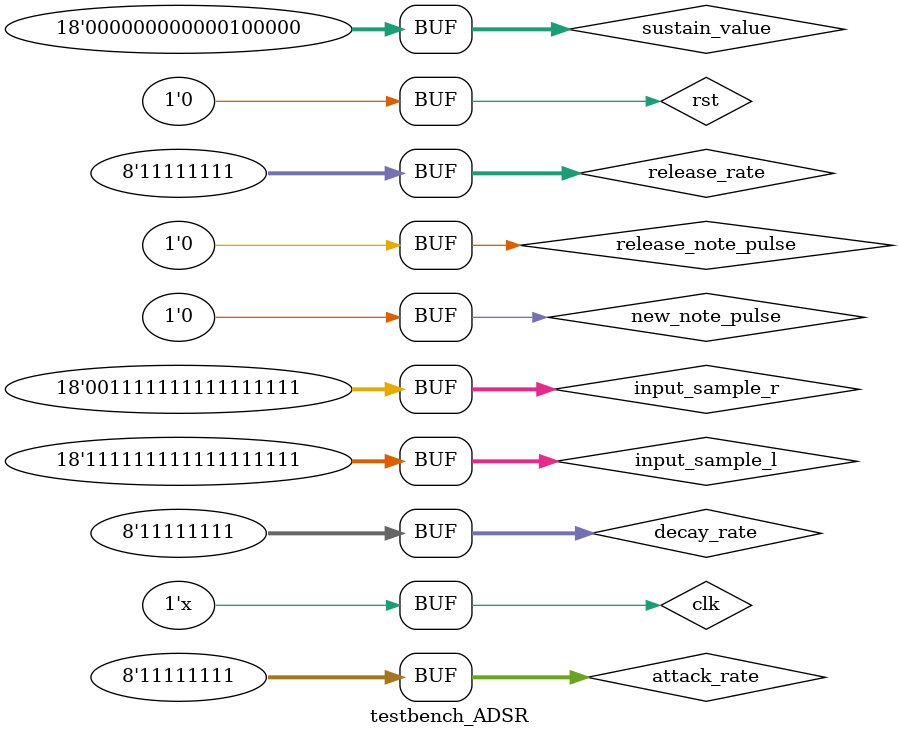
<source format=v>
`timescale 1ns / 1ps


module testbench_ADSR;

	// Inputs
	reg clk;
	reg rst;
	reg new_sample;
	reg new_note_pulse;
	reg release_note_pulse;
	reg [7:0] attack_rate;
	reg [7:0] decay_rate;
	reg [7:0] release_rate;
	reg [17:0] sustain_value;
	reg [17:0] input_sample_r;
	reg [17:0] input_sample_l;

	// Outputs
	wire [17:0] output_sample_r;
	wire [17:0] output_sample_l;
	wire [2:0] state;


   reg [7:0] count;
   
	// Instantiate the Unit Under Test (UUT)
	ADSR_mngt uut (
		.clk(clk), 
		.rst(rst), 
		.new_sample(new_sample), 
		.new_note_pulse(new_note_pulse), 
		.release_note_pulse(release_note_pulse), 
		.attack_rate(attack_rate), 
		.decay_rate(decay_rate), 
		.release_rate(release_rate), 
		.sustain_value(sustain_value), 
		.input_sample_r(input_sample_r), 
		.output_sample_r(output_sample_r), 
		.input_sample_l(input_sample_l), 
		.output_sample_l(output_sample_l), 
		.state(state)
	);

	initial begin
		// Initialize Inputs
		clk = 0;
		rst = 0;
		new_sample = 0;
		new_note_pulse = 0;
		release_note_pulse = 0;
		attack_rate = 8'hFF;
		decay_rate = 8'hFF;
		release_rate = 8'hFF;
		sustain_value = 8'b00100000;
		input_sample_r = 18'h0FFFF;
		input_sample_l = 18'h3FFFF;
		count = 0;

		// Wait 10 ns for global reset to finish
		#20;
      rst = 1;
      #60
      rst = 0;		
		
		// Add stimulus here
		#4000
		new_note_pulse = 1;
		#20
		new_note_pulse = 0;
		
		
//		// release in sustain state
//		#80000
//		release_note_pulse = 1;
//		#20
//		release_note_pulse = 0;
	
		// release in sustain state
		#70000
		release_note_pulse = 1;
		#20
		release_note_pulse = 0;

	end

always begin
  #10
  clk <= ~clk;
end 

always @(posedge clk) begin
  count <= count +1;
  
  if (count == 127)
    new_sample <= 1'b1;
  else
    new_sample <= 1'b0;
end


      
endmodule


</source>
